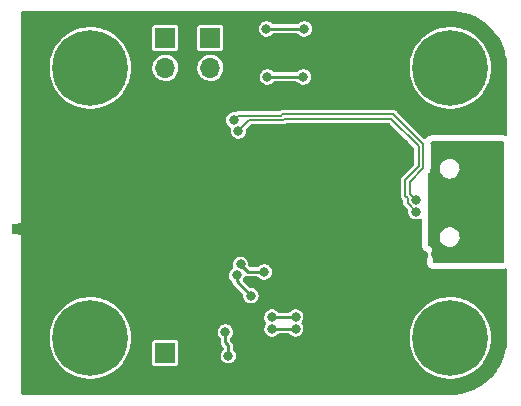
<source format=gbr>
%TF.GenerationSoftware,KiCad,Pcbnew,(6.0.9)*%
%TF.CreationDate,2023-01-31T22:53:35+08:00*%
%TF.ProjectId,ESP32C3_RF_Test,45535033-3243-4335-9f52-465f54657374,rev?*%
%TF.SameCoordinates,Original*%
%TF.FileFunction,Copper,L2,Bot*%
%TF.FilePolarity,Positive*%
%FSLAX46Y46*%
G04 Gerber Fmt 4.6, Leading zero omitted, Abs format (unit mm)*
G04 Created by KiCad (PCBNEW (6.0.9)) date 2023-01-31 22:53:35*
%MOMM*%
%LPD*%
G01*
G04 APERTURE LIST*
G04 Aperture macros list*
%AMRotRect*
0 Rectangle, with rotation*
0 The origin of the aperture is its center*
0 $1 length*
0 $2 width*
0 $3 Rotation angle, in degrees counterclockwise*
0 Add horizontal line*
21,1,$1,$2,0,0,$3*%
G04 Aperture macros list end*
%TA.AperFunction,ComponentPad*%
%ADD10O,1.600000X1.000000*%
%TD*%
%TA.AperFunction,ComponentPad*%
%ADD11O,2.100000X1.000000*%
%TD*%
%TA.AperFunction,ComponentPad*%
%ADD12C,0.800000*%
%TD*%
%TA.AperFunction,ComponentPad*%
%ADD13C,6.400000*%
%TD*%
%TA.AperFunction,ComponentPad*%
%ADD14C,0.500000*%
%TD*%
%TA.AperFunction,SMDPad,CuDef*%
%ADD15RotRect,2.500000X2.500000X45.000000*%
%TD*%
%TA.AperFunction,ComponentPad*%
%ADD16R,1.700000X1.700000*%
%TD*%
%TA.AperFunction,ComponentPad*%
%ADD17O,1.700000X1.700000*%
%TD*%
%TA.AperFunction,ComponentPad*%
%ADD18R,0.500000X0.900000*%
%TD*%
%TA.AperFunction,ViaPad*%
%ADD19C,0.800000*%
%TD*%
%TA.AperFunction,Conductor*%
%ADD20C,0.600000*%
%TD*%
%TA.AperFunction,Conductor*%
%ADD21C,1.000000*%
%TD*%
%TA.AperFunction,Conductor*%
%ADD22C,0.250000*%
%TD*%
%TA.AperFunction,Conductor*%
%ADD23C,0.200000*%
%TD*%
G04 APERTURE END LIST*
D10*
%TO.P,J3,S1,SHIELD*%
%TO.N,Net-(C20-Pad2)*%
X148370000Y-79250000D03*
X148370000Y-70610000D03*
D11*
X144190000Y-79250000D03*
X144190000Y-70610000D03*
%TD*%
D12*
%TO.P,H2,1,1*%
%TO.N,unconnected-(H2-Pad1)*%
X142380000Y-63500000D03*
X143082944Y-65197056D03*
X144780000Y-61100000D03*
X143082944Y-61802944D03*
D13*
X144780000Y-63500000D03*
D12*
X146477056Y-61802944D03*
X144780000Y-65900000D03*
X146477056Y-65197056D03*
X147180000Y-63500000D03*
%TD*%
%TO.P,H4,1,1*%
%TO.N,unconnected-(H4-Pad1)*%
X114300000Y-83960000D03*
X115997056Y-88057056D03*
X112602944Y-84662944D03*
X116700000Y-86360000D03*
X114300000Y-88760000D03*
X111900000Y-86360000D03*
D13*
X114300000Y-86360000D03*
D12*
X112602944Y-88057056D03*
X115997056Y-84662944D03*
%TD*%
%TO.P,H3,1,1*%
%TO.N,unconnected-(H3-Pad1)*%
X142380000Y-86360000D03*
D13*
X144780000Y-86360000D03*
D12*
X144780000Y-88760000D03*
X146477056Y-88057056D03*
X146477056Y-84662944D03*
X147180000Y-86360000D03*
X143082944Y-84662944D03*
X143082944Y-88057056D03*
X144780000Y-83960000D03*
%TD*%
D14*
%TO.P,U1,33,GND*%
%TO.N,GND*%
X122322213Y-76796573D03*
X124443534Y-77503680D03*
X123029320Y-78917894D03*
X122322213Y-78210787D03*
X121615106Y-77503680D03*
X123736427Y-76796573D03*
X123736427Y-78210787D03*
X123029320Y-76089466D03*
D15*
X123029320Y-77503680D03*
D14*
X123029320Y-77503680D03*
%TD*%
D16*
%TO.P,J4,1,Pin_1*%
%TO.N,+3.3V*%
X120650000Y-87630000D03*
D17*
%TO.P,J4,2,Pin_2*%
%TO.N,GND*%
X123190000Y-87630000D03*
%TD*%
D12*
%TO.P,H1,1,1*%
%TO.N,unconnected-(H1-Pad1)*%
X116700000Y-63500000D03*
X115997056Y-61802944D03*
X115997056Y-65197056D03*
X112602944Y-61802944D03*
X114300000Y-61100000D03*
X112602944Y-65197056D03*
X114300000Y-65900000D03*
D13*
X114300000Y-63500000D03*
D12*
X111900000Y-63500000D03*
%TD*%
D16*
%TO.P,J2,1,Pin_1*%
%TO.N,/U0TX*%
X120650000Y-60960000D03*
D17*
%TO.P,J2,2,Pin_2*%
%TO.N,/U0RX*%
X120650000Y-63500000D03*
%TO.P,J2,3,Pin_3*%
%TO.N,GND*%
X120650000Y-66040000D03*
%TD*%
D18*
%TO.P,AE1,2*%
%TO.N,GND*%
X107950000Y-77157000D03*
%TD*%
D16*
%TO.P,J1,1,Pin_1*%
%TO.N,/I2C_SCL*%
X124460000Y-60960000D03*
D17*
%TO.P,J1,2,Pin_2*%
%TO.N,/I2C_SDA*%
X124460000Y-63500000D03*
%TO.P,J1,3,Pin_3*%
%TO.N,GND*%
X124460000Y-66040000D03*
%TD*%
D19*
%TO.N,GND*%
X133731000Y-66548000D03*
X140335000Y-81026000D03*
X118237000Y-63373000D03*
X109220000Y-65278000D03*
X118110000Y-60833000D03*
X118237000Y-85344000D03*
X142494000Y-79375000D03*
X121158000Y-72517000D03*
X137287000Y-90297000D03*
X129286000Y-61849000D03*
X129794000Y-79502000D03*
X145542000Y-67437000D03*
X118364000Y-66929000D03*
X140716000Y-62865000D03*
X136144000Y-82169000D03*
X148463000Y-84074000D03*
X139319000Y-69215000D03*
X139192000Y-81661000D03*
X140970000Y-60833000D03*
X132334000Y-62484000D03*
X130937000Y-70993000D03*
X109601000Y-88138000D03*
X111760000Y-81026000D03*
X132334000Y-66421000D03*
X147955000Y-66929000D03*
X139700000Y-61849000D03*
X109855000Y-71247000D03*
X133223000Y-65659000D03*
X116459000Y-82677000D03*
X110236000Y-82169000D03*
X113792000Y-70104000D03*
X140843000Y-69977000D03*
X119761000Y-89916000D03*
X113792000Y-67691000D03*
X129794000Y-73406000D03*
X109093000Y-62357000D03*
X140843000Y-71501000D03*
X136253904Y-79925463D03*
X126746000Y-84328000D03*
X124587000Y-83693000D03*
X136493663Y-65723943D03*
X117983000Y-80137000D03*
X114681000Y-71247000D03*
X148844000Y-81788000D03*
X109347000Y-59690000D03*
X132080000Y-88265000D03*
X121539000Y-81788000D03*
X135128000Y-70993000D03*
X123354500Y-69088000D03*
X123317000Y-82931000D03*
X134239000Y-68961000D03*
X114046000Y-81026000D03*
X139319000Y-59944000D03*
X120650000Y-70612000D03*
X117348000Y-73660000D03*
X136398000Y-70993000D03*
X139700000Y-79883000D03*
X138684000Y-63373000D03*
X111252000Y-59182000D03*
X134366000Y-65659000D03*
X148844000Y-64643000D03*
X128016000Y-62611000D03*
X138684000Y-72898000D03*
X141224000Y-84074000D03*
X112268000Y-73660000D03*
X138049000Y-61849000D03*
X136779000Y-88773000D03*
X129540000Y-77470000D03*
X109220000Y-67818000D03*
X123952000Y-89916000D03*
X127277049Y-73645549D03*
X140081000Y-70739000D03*
X126873000Y-77470000D03*
X108966000Y-84455000D03*
X138303000Y-80518000D03*
X122555000Y-60960000D03*
X120777000Y-69088000D03*
X141732000Y-78613000D03*
X138176000Y-69469000D03*
X110617000Y-90043000D03*
X109855000Y-72771000D03*
X138938000Y-75057000D03*
X119126000Y-73787000D03*
X119380000Y-68072000D03*
X147447000Y-82296000D03*
X136144000Y-69342000D03*
X137160000Y-81280000D03*
X139827000Y-72009000D03*
X138811000Y-71374000D03*
X132461000Y-70993000D03*
X113411000Y-75311000D03*
X137541000Y-70993000D03*
X140970000Y-79502000D03*
X133203609Y-80625609D03*
X132334000Y-83312000D03*
X109474000Y-86106000D03*
X117856000Y-66040000D03*
X115697000Y-81153000D03*
X125222000Y-68707000D03*
X118237000Y-84074000D03*
X108966000Y-83185000D03*
%TO.N,Net-(C18-Pad1)*%
X125984000Y-87867500D03*
X125730000Y-85852000D03*
%TO.N,/RST*%
X131682500Y-85598000D03*
X129683500Y-85598000D03*
%TO.N,Net-(C19-Pad1)*%
X129212000Y-60198000D03*
X132408000Y-60198000D03*
%TO.N,/BOOT*%
X127016500Y-80131063D03*
X129286000Y-64262000D03*
X129015500Y-80773937D03*
X132334000Y-64262000D03*
%TO.N,/LED_PIN*%
X131682500Y-84598497D03*
X127889000Y-82787500D03*
X126683154Y-81073338D03*
X129683500Y-84598497D03*
%TO.N,/USB_DP*%
X126424765Y-67924013D03*
X141859000Y-74676000D03*
%TO.N,/USB_DN*%
X126838200Y-68834000D03*
X141859000Y-75675503D03*
%TD*%
D20*
%TO.N,GND*%
X111565000Y-77157000D02*
X113411000Y-75311000D01*
D21*
X108331000Y-77157000D02*
X111565000Y-77157000D01*
D22*
%TO.N,Net-(C18-Pad1)*%
X125730000Y-86741000D02*
X125730000Y-85852000D01*
X125984000Y-86995000D02*
X125730000Y-86741000D01*
X125984000Y-87867500D02*
X125984000Y-86995000D01*
%TO.N,/RST*%
X131682500Y-85598000D02*
X129683500Y-85598000D01*
%TO.N,Net-(C19-Pad1)*%
X129212000Y-60198000D02*
X132408000Y-60198000D01*
%TO.N,/BOOT*%
X132334000Y-64262000D02*
X129286000Y-64262000D01*
X127635000Y-80772000D02*
X129013563Y-80772000D01*
X129013563Y-80772000D02*
X129015500Y-80773937D01*
X127016500Y-80153500D02*
X127635000Y-80772000D01*
X127016500Y-80131063D02*
X127016500Y-80153500D01*
%TO.N,/LED_PIN*%
X126683154Y-81581654D02*
X126683154Y-81073338D01*
X129683500Y-84598497D02*
X131682500Y-84598497D01*
X127889000Y-82787500D02*
X126683154Y-81581654D01*
D23*
%TO.N,/USB_DP*%
X141351000Y-74168000D02*
X141859000Y-74676000D01*
X130440190Y-67536300D02*
X130539490Y-67437000D01*
X141351000Y-73152000D02*
X141351000Y-74168000D01*
X142494000Y-69977000D02*
X142494000Y-72009000D01*
X130539490Y-67437000D02*
X139954000Y-67437000D01*
X139954000Y-67437000D02*
X142494000Y-69977000D01*
X142494000Y-72009000D02*
X141351000Y-73152000D01*
X126812478Y-67536300D02*
X130440190Y-67536300D01*
X126424765Y-67924013D02*
X126812478Y-67536300D01*
%TO.N,/USB_DN*%
X127735900Y-67936300D02*
X130605875Y-67936300D01*
X141159000Y-74541686D02*
X141159000Y-74975503D01*
X140951000Y-74333686D02*
X141159000Y-74541686D01*
X142094000Y-70142686D02*
X142094000Y-71843314D01*
X126838200Y-68834000D02*
X127735900Y-67936300D01*
X140951000Y-72986315D02*
X140951000Y-74333686D01*
X130605875Y-67936300D02*
X130705175Y-67837000D01*
X139788314Y-67837000D02*
X142094000Y-70142686D01*
X141159000Y-74975503D02*
X141859000Y-75675503D01*
X130705175Y-67837000D02*
X139788314Y-67837000D01*
X142094000Y-71843314D02*
X140951000Y-72986315D01*
D22*
%TO.N,Net-(C20-Pad2)*%
X148370000Y-79250000D02*
X144190000Y-79250000D01*
X148370000Y-70610000D02*
X148370000Y-79250000D01*
X144190000Y-70610000D02*
X148370000Y-70610000D01*
%TD*%
%TA.AperFunction,Conductor*%
%TO.N,GND*%
G36*
X144767103Y-58676921D02*
G01*
X144780000Y-58679486D01*
X144792170Y-58677065D01*
X144802599Y-58677065D01*
X144815735Y-58676060D01*
X145138600Y-58690156D01*
X145195075Y-58692622D01*
X145206023Y-58693580D01*
X145612496Y-58747093D01*
X145623301Y-58748999D01*
X146023566Y-58837736D01*
X146034176Y-58840579D01*
X146425175Y-58963860D01*
X146435488Y-58967613D01*
X146814277Y-59124513D01*
X146824221Y-59129151D01*
X147126931Y-59286731D01*
X147187867Y-59318452D01*
X147197387Y-59323948D01*
X147543148Y-59544223D01*
X147552152Y-59550527D01*
X147593799Y-59582484D01*
X147841903Y-59772860D01*
X147877413Y-59800108D01*
X147885830Y-59807172D01*
X148140719Y-60040733D01*
X148188088Y-60084139D01*
X148195857Y-60091908D01*
X148472826Y-60394167D01*
X148479889Y-60402584D01*
X148511623Y-60443940D01*
X148729473Y-60727848D01*
X148735777Y-60736852D01*
X148956052Y-61082613D01*
X148961547Y-61092132D01*
X149127624Y-61411162D01*
X149150845Y-61455770D01*
X149155487Y-61465723D01*
X149310989Y-61841137D01*
X149312384Y-61844504D01*
X149316140Y-61854825D01*
X149377595Y-62049734D01*
X149439421Y-62245823D01*
X149442264Y-62256434D01*
X149531001Y-62656699D01*
X149532907Y-62667504D01*
X149543151Y-62745317D01*
X149586420Y-63073976D01*
X149587378Y-63084926D01*
X149603940Y-63464265D01*
X149602935Y-63477401D01*
X149602935Y-63487830D01*
X149600514Y-63500000D01*
X149602935Y-63512170D01*
X149603079Y-63512894D01*
X149605500Y-63537476D01*
X149605500Y-69131536D01*
X149585498Y-69199657D01*
X149531842Y-69246150D01*
X149461568Y-69256254D01*
X149438345Y-69250327D01*
X149438290Y-69250302D01*
X149432657Y-69248648D01*
X149374492Y-69231569D01*
X149374488Y-69231568D01*
X149370169Y-69230300D01*
X149365720Y-69229660D01*
X149365714Y-69229659D01*
X149229947Y-69210139D01*
X149229942Y-69210139D01*
X149225500Y-69209500D01*
X143217987Y-69209500D01*
X143213627Y-69210114D01*
X143213622Y-69210114D01*
X143130896Y-69221758D01*
X143076250Y-69229449D01*
X143072015Y-69230665D01*
X143072016Y-69230665D01*
X143013633Y-69247431D01*
X143013630Y-69247432D01*
X143009396Y-69248648D01*
X142961697Y-69269919D01*
X142886820Y-69303309D01*
X142886818Y-69303310D01*
X142878676Y-69306941D01*
X142767086Y-69401332D01*
X142764094Y-69404703D01*
X142764091Y-69404706D01*
X142724836Y-69448934D01*
X142719958Y-69454430D01*
X142717484Y-69458181D01*
X142717480Y-69458186D01*
X142706761Y-69474436D01*
X142652554Y-69520285D01*
X142582165Y-69529550D01*
X142517940Y-69499288D01*
X142512488Y-69494150D01*
X140240918Y-67222580D01*
X140228413Y-67207098D01*
X140225477Y-67203871D01*
X140219825Y-67195118D01*
X140195562Y-67175991D01*
X140191567Y-67172441D01*
X140191483Y-67172540D01*
X140187520Y-67169182D01*
X140183844Y-67165506D01*
X140179614Y-67162483D01*
X140169348Y-67155146D01*
X140164605Y-67151585D01*
X140135325Y-67128503D01*
X140135321Y-67128501D01*
X140127143Y-67122054D01*
X140119075Y-67119221D01*
X140112115Y-67114247D01*
X140066414Y-67100580D01*
X140060765Y-67098744D01*
X140025228Y-67086264D01*
X140015792Y-67082950D01*
X140010596Y-67082500D01*
X140007891Y-67082500D01*
X140005635Y-67082403D01*
X140005159Y-67082260D01*
X140005161Y-67082214D01*
X140004962Y-67082201D01*
X139999045Y-67080432D01*
X139949411Y-67082382D01*
X139948876Y-67082403D01*
X139943930Y-67082500D01*
X130590747Y-67082500D01*
X130570953Y-67080394D01*
X130566600Y-67080189D01*
X130556420Y-67077997D01*
X130525750Y-67081627D01*
X130520407Y-67081942D01*
X130520418Y-67082072D01*
X130515238Y-67082500D01*
X130510039Y-67082500D01*
X130504915Y-67083353D01*
X130504902Y-67083354D01*
X130492449Y-67085427D01*
X130486574Y-67086264D01*
X130449561Y-67090645D01*
X130439220Y-67091869D01*
X130431512Y-67095570D01*
X130423073Y-67096975D01*
X130413903Y-67101923D01*
X130381109Y-67119618D01*
X130375818Y-67122314D01*
X130339979Y-67139523D01*
X130339972Y-67139527D01*
X130332832Y-67142956D01*
X130328840Y-67146312D01*
X130326910Y-67148242D01*
X130326463Y-67148652D01*
X130323869Y-67149927D01*
X130320102Y-67152359D01*
X130319817Y-67151917D01*
X130262743Y-67179960D01*
X130241290Y-67181800D01*
X126863735Y-67181800D01*
X126843941Y-67179694D01*
X126839588Y-67179489D01*
X126829408Y-67177297D01*
X126798738Y-67180927D01*
X126793395Y-67181242D01*
X126793406Y-67181372D01*
X126788226Y-67181800D01*
X126783027Y-67181800D01*
X126777903Y-67182653D01*
X126777890Y-67182654D01*
X126765437Y-67184727D01*
X126759562Y-67185564D01*
X126722549Y-67189945D01*
X126712208Y-67191169D01*
X126704500Y-67194870D01*
X126696061Y-67196275D01*
X126654077Y-67218929D01*
X126648814Y-67221610D01*
X126605820Y-67242255D01*
X126601828Y-67245611D01*
X126600686Y-67246753D01*
X126593090Y-67251658D01*
X126591219Y-67248760D01*
X126540516Y-67270968D01*
X126511724Y-67270992D01*
X126507398Y-67269905D01*
X126499803Y-67269865D01*
X126499801Y-67269865D01*
X126430958Y-67269504D01*
X126348986Y-67269075D01*
X126341606Y-67270847D01*
X126341604Y-67270847D01*
X126202328Y-67304284D01*
X126202325Y-67304285D01*
X126194949Y-67306056D01*
X126054179Y-67378713D01*
X125934804Y-67482851D01*
X125843715Y-67612457D01*
X125786171Y-67760050D01*
X125785179Y-67767583D01*
X125785179Y-67767584D01*
X125768958Y-67890800D01*
X125765494Y-67917109D01*
X125782878Y-68074566D01*
X125785488Y-68081697D01*
X125785488Y-68081699D01*
X125826343Y-68193340D01*
X125837318Y-68223332D01*
X125841554Y-68229635D01*
X125841554Y-68229636D01*
X125885681Y-68295303D01*
X125925673Y-68354818D01*
X126042841Y-68461432D01*
X126141904Y-68515219D01*
X126192225Y-68565302D01*
X126207481Y-68634640D01*
X126203822Y-68657285D01*
X126202364Y-68662962D01*
X126199606Y-68670037D01*
X126178929Y-68827096D01*
X126196313Y-68984553D01*
X126250753Y-69133319D01*
X126254989Y-69139622D01*
X126254989Y-69139623D01*
X126315922Y-69230300D01*
X126339108Y-69264805D01*
X126344727Y-69269918D01*
X126344728Y-69269919D01*
X126450660Y-69366309D01*
X126456276Y-69371419D01*
X126595493Y-69447008D01*
X126748722Y-69487207D01*
X126832677Y-69488526D01*
X126899519Y-69489576D01*
X126899522Y-69489576D01*
X126907116Y-69489695D01*
X127061532Y-69454329D01*
X127131942Y-69418917D01*
X127196272Y-69386563D01*
X127196275Y-69386561D01*
X127203055Y-69383151D01*
X127208826Y-69378222D01*
X127208829Y-69378220D01*
X127317736Y-69285204D01*
X127317736Y-69285203D01*
X127323514Y-69280269D01*
X127415955Y-69151624D01*
X127475042Y-69004641D01*
X127497362Y-68847807D01*
X127497507Y-68834000D01*
X127497012Y-68829906D01*
X127497011Y-68829895D01*
X127487822Y-68753957D01*
X127499495Y-68683927D01*
X127523814Y-68649725D01*
X127845834Y-68327705D01*
X127908146Y-68293679D01*
X127934929Y-68290800D01*
X130554618Y-68290800D01*
X130574412Y-68292906D01*
X130578765Y-68293111D01*
X130588945Y-68295303D01*
X130619615Y-68291673D01*
X130624958Y-68291358D01*
X130624947Y-68291228D01*
X130630127Y-68290800D01*
X130635326Y-68290800D01*
X130640450Y-68289947D01*
X130640463Y-68289946D01*
X130652916Y-68287873D01*
X130658791Y-68287036D01*
X130695804Y-68282655D01*
X130706145Y-68281431D01*
X130713853Y-68277730D01*
X130722292Y-68276325D01*
X130764276Y-68253671D01*
X130769539Y-68250990D01*
X130777745Y-68247050D01*
X130812533Y-68230345D01*
X130816525Y-68226989D01*
X130818469Y-68225045D01*
X130818902Y-68224648D01*
X130821503Y-68223370D01*
X130825263Y-68220942D01*
X130825548Y-68221383D01*
X130882623Y-68193340D01*
X130904076Y-68191500D01*
X139589285Y-68191500D01*
X139657406Y-68211502D01*
X139678380Y-68228405D01*
X141702595Y-70252620D01*
X141736621Y-70314932D01*
X141739500Y-70341715D01*
X141739500Y-71644284D01*
X141719498Y-71712405D01*
X141702596Y-71733379D01*
X140736578Y-72699399D01*
X140721098Y-72711901D01*
X140717868Y-72714840D01*
X140709118Y-72720490D01*
X140689991Y-72744753D01*
X140686441Y-72748748D01*
X140686540Y-72748832D01*
X140683182Y-72752795D01*
X140679506Y-72756471D01*
X140676483Y-72760700D01*
X140676483Y-72760701D01*
X140669146Y-72770967D01*
X140665585Y-72775710D01*
X140642503Y-72804990D01*
X140642501Y-72804994D01*
X140636054Y-72813172D01*
X140633221Y-72821240D01*
X140628247Y-72828200D01*
X140625263Y-72838178D01*
X140614580Y-72873901D01*
X140612744Y-72879550D01*
X140596950Y-72924523D01*
X140596500Y-72929719D01*
X140596500Y-72932424D01*
X140596403Y-72934680D01*
X140596260Y-72935156D01*
X140596214Y-72935154D01*
X140596201Y-72935353D01*
X140594432Y-72941270D01*
X140594841Y-72951674D01*
X140596403Y-72991439D01*
X140596500Y-72996385D01*
X140596500Y-74282429D01*
X140594394Y-74302223D01*
X140594189Y-74306576D01*
X140591997Y-74316756D01*
X140593221Y-74327094D01*
X140595627Y-74347423D01*
X140595942Y-74352769D01*
X140596072Y-74352758D01*
X140596500Y-74357938D01*
X140596500Y-74363137D01*
X140597353Y-74368261D01*
X140597354Y-74368274D01*
X140599427Y-74380727D01*
X140600264Y-74386602D01*
X140605869Y-74433956D01*
X140609570Y-74441664D01*
X140610975Y-74450103D01*
X140633629Y-74492087D01*
X140636310Y-74497350D01*
X140656955Y-74540344D01*
X140660311Y-74544336D01*
X140662258Y-74546283D01*
X140663748Y-74547908D01*
X140663981Y-74548340D01*
X140663945Y-74548373D01*
X140664084Y-74548531D01*
X140667017Y-74553966D01*
X140674664Y-74561035D01*
X140703881Y-74588043D01*
X140707447Y-74591472D01*
X140767595Y-74651620D01*
X140801621Y-74713932D01*
X140804500Y-74740715D01*
X140804500Y-74924246D01*
X140802394Y-74944040D01*
X140802189Y-74948393D01*
X140799997Y-74958573D01*
X140801221Y-74968911D01*
X140803627Y-74989240D01*
X140803942Y-74994586D01*
X140804072Y-74994575D01*
X140804500Y-74999755D01*
X140804500Y-75004954D01*
X140805353Y-75010078D01*
X140805354Y-75010091D01*
X140807427Y-75022544D01*
X140808264Y-75028419D01*
X140813869Y-75075773D01*
X140817570Y-75083481D01*
X140818975Y-75091920D01*
X140841629Y-75133904D01*
X140844310Y-75139167D01*
X140864955Y-75182161D01*
X140868311Y-75186153D01*
X140870258Y-75188100D01*
X140871748Y-75189725D01*
X140871981Y-75190157D01*
X140871945Y-75190190D01*
X140872084Y-75190348D01*
X140875017Y-75195783D01*
X140882664Y-75202852D01*
X140911881Y-75229860D01*
X140915447Y-75233289D01*
X141173362Y-75491204D01*
X141207388Y-75553516D01*
X141209189Y-75596744D01*
X141199729Y-75668599D01*
X141217113Y-75826056D01*
X141271553Y-75974822D01*
X141359908Y-76106308D01*
X141477076Y-76212922D01*
X141616293Y-76288511D01*
X141769522Y-76328710D01*
X141853477Y-76330029D01*
X141920319Y-76331079D01*
X141920322Y-76331079D01*
X141927916Y-76331198D01*
X142082332Y-76295832D01*
X142178886Y-76247271D01*
X142248731Y-76234533D01*
X142314375Y-76261577D01*
X142354976Y-76319818D01*
X142361500Y-76359836D01*
X142361500Y-78468329D01*
X142382975Y-78615278D01*
X142384283Y-78619659D01*
X142384285Y-78619666D01*
X142398489Y-78667224D01*
X142403612Y-78684376D01*
X142405538Y-78688517D01*
X142462407Y-78810791D01*
X142462409Y-78810794D01*
X142466239Y-78819029D01*
X142562969Y-78928597D01*
X142607721Y-78966656D01*
X142608836Y-78965345D01*
X142611460Y-78966928D01*
X142644361Y-78992800D01*
X142649883Y-78997990D01*
X142648923Y-78999312D01*
X142659349Y-79006887D01*
X142749049Y-79072058D01*
X142768624Y-79089683D01*
X142806460Y-79131704D01*
X142821943Y-79153015D01*
X142850216Y-79201985D01*
X142860929Y-79226046D01*
X142878014Y-79278626D01*
X142882359Y-79296219D01*
X142883042Y-79300194D01*
X142884172Y-79308360D01*
X142889792Y-79361828D01*
X142889792Y-79388171D01*
X142883880Y-79444413D01*
X142878404Y-79470172D01*
X142860933Y-79523945D01*
X142850218Y-79548010D01*
X142842351Y-79561635D01*
X142842339Y-79561657D01*
X142840842Y-79564251D01*
X142839597Y-79566977D01*
X142839594Y-79566983D01*
X142829232Y-79589674D01*
X142800292Y-79653043D01*
X142784693Y-79698111D01*
X142761675Y-79792990D01*
X142761675Y-79939148D01*
X142771779Y-80009422D01*
X142812956Y-80149657D01*
X142817826Y-80157236D01*
X142817828Y-80157239D01*
X142856765Y-80217825D01*
X142891974Y-80272612D01*
X142938467Y-80326268D01*
X142946095Y-80332878D01*
X143042116Y-80416081D01*
X143042119Y-80416083D01*
X143048927Y-80421982D01*
X143057125Y-80425726D01*
X143067320Y-80430382D01*
X143181876Y-80482698D01*
X143205630Y-80489673D01*
X143245674Y-80501431D01*
X143245678Y-80501432D01*
X143249997Y-80502700D01*
X143254446Y-80503340D01*
X143254452Y-80503341D01*
X143390219Y-80522861D01*
X143390224Y-80522861D01*
X143394666Y-80523500D01*
X149225500Y-80523500D01*
X149228846Y-80523140D01*
X149228851Y-80523140D01*
X149331285Y-80512128D01*
X149331292Y-80512127D01*
X149334649Y-80511766D01*
X149337950Y-80511048D01*
X149383710Y-80501094D01*
X149383715Y-80501093D01*
X149386991Y-80500380D01*
X149390174Y-80499320D01*
X149390187Y-80499317D01*
X149439710Y-80482834D01*
X149510661Y-80480300D01*
X149571719Y-80516528D01*
X149603498Y-80580015D01*
X149605500Y-80602386D01*
X149605500Y-86322524D01*
X149603079Y-86347103D01*
X149600514Y-86360000D01*
X149602935Y-86372170D01*
X149602935Y-86382599D01*
X149603940Y-86395735D01*
X149587378Y-86775074D01*
X149586420Y-86786023D01*
X149538213Y-87152194D01*
X149532908Y-87192488D01*
X149531001Y-87203301D01*
X149442266Y-87603560D01*
X149439421Y-87614176D01*
X149355196Y-87881307D01*
X149316143Y-88005167D01*
X149312387Y-88015488D01*
X149186791Y-88318704D01*
X149155491Y-88394268D01*
X149150849Y-88404221D01*
X148968495Y-88754521D01*
X148961548Y-88767867D01*
X148956052Y-88777387D01*
X148735777Y-89123148D01*
X148729473Y-89132152D01*
X148666254Y-89214541D01*
X148502995Y-89427305D01*
X148479892Y-89457413D01*
X148472828Y-89465830D01*
X148313856Y-89639319D01*
X148195861Y-89768088D01*
X148188092Y-89775857D01*
X147885833Y-90052826D01*
X147877413Y-90059892D01*
X147552152Y-90309473D01*
X147543148Y-90315777D01*
X147197387Y-90536052D01*
X147187868Y-90541547D01*
X146824221Y-90730849D01*
X146814277Y-90735487D01*
X146435488Y-90892387D01*
X146425175Y-90896140D01*
X146034177Y-91019421D01*
X146023566Y-91022264D01*
X145623301Y-91111001D01*
X145612496Y-91112907D01*
X145213027Y-91165498D01*
X145206024Y-91166420D01*
X145195075Y-91167378D01*
X145138600Y-91169844D01*
X144815735Y-91183940D01*
X144802599Y-91182935D01*
X144792170Y-91182935D01*
X144780000Y-91180514D01*
X144767103Y-91183079D01*
X144742524Y-91185500D01*
X108584000Y-91185500D01*
X108515879Y-91165498D01*
X108469386Y-91111842D01*
X108458000Y-91059500D01*
X108458000Y-86347924D01*
X110840447Y-86347924D01*
X110840619Y-86351319D01*
X110840619Y-86351320D01*
X110850068Y-86537844D01*
X110859378Y-86721624D01*
X110859915Y-86724979D01*
X110859916Y-86724985D01*
X110883912Y-86874797D01*
X110918557Y-87091094D01*
X111017293Y-87452011D01*
X111154430Y-87800154D01*
X111328365Y-88131450D01*
X111330262Y-88134274D01*
X111330265Y-88134278D01*
X111440486Y-88298305D01*
X111537061Y-88442024D01*
X111539256Y-88444630D01*
X111539260Y-88444636D01*
X111642407Y-88567126D01*
X111778079Y-88728241D01*
X112048598Y-88986755D01*
X112345455Y-89214541D01*
X112665176Y-89408935D01*
X113004021Y-89567661D01*
X113007239Y-89568763D01*
X113007242Y-89568764D01*
X113354803Y-89687761D01*
X113354811Y-89687763D01*
X113358026Y-89688864D01*
X113723051Y-89771126D01*
X113810200Y-89781056D01*
X114091442Y-89813100D01*
X114091450Y-89813100D01*
X114094825Y-89813485D01*
X114098229Y-89813503D01*
X114098232Y-89813503D01*
X114301556Y-89814567D01*
X114468999Y-89815444D01*
X114472385Y-89815094D01*
X114472387Y-89815094D01*
X114837805Y-89777332D01*
X114837814Y-89777331D01*
X114841197Y-89776981D01*
X114844530Y-89776267D01*
X114844533Y-89776266D01*
X115024820Y-89737616D01*
X115207063Y-89698546D01*
X115562318Y-89581056D01*
X115902807Y-89425887D01*
X116000707Y-89367758D01*
X116221601Y-89236601D01*
X116221606Y-89236598D01*
X116224546Y-89234852D01*
X116254354Y-89212472D01*
X116373321Y-89123148D01*
X116523771Y-89010187D01*
X116796983Y-88754521D01*
X117040985Y-88470842D01*
X117081618Y-88411720D01*
X117250992Y-88165280D01*
X117250997Y-88165273D01*
X117252922Y-88162471D01*
X117254534Y-88159477D01*
X117254539Y-88159469D01*
X117428694Y-87836027D01*
X117430316Y-87833015D01*
X117571091Y-87486327D01*
X117673601Y-87126463D01*
X117692338Y-87016846D01*
X117736075Y-86760981D01*
X117736075Y-86760979D01*
X117736647Y-86757634D01*
X117736813Y-86754933D01*
X119545500Y-86754933D01*
X119545501Y-88505066D01*
X119560266Y-88579301D01*
X119616516Y-88663484D01*
X119700699Y-88719734D01*
X119774933Y-88734500D01*
X120649858Y-88734500D01*
X121525066Y-88734499D01*
X121560818Y-88727388D01*
X121587126Y-88722156D01*
X121587128Y-88722155D01*
X121599301Y-88719734D01*
X121609621Y-88712839D01*
X121609622Y-88712838D01*
X121673168Y-88670377D01*
X121683484Y-88663484D01*
X121739734Y-88579301D01*
X121754500Y-88505067D01*
X121754499Y-86754934D01*
X121739734Y-86680699D01*
X121683484Y-86596516D01*
X121599301Y-86540266D01*
X121525067Y-86525500D01*
X120650142Y-86525500D01*
X119774934Y-86525501D01*
X119739182Y-86532612D01*
X119712874Y-86537844D01*
X119712872Y-86537845D01*
X119700699Y-86540266D01*
X119690379Y-86547161D01*
X119690378Y-86547162D01*
X119673561Y-86558399D01*
X119616516Y-86596516D01*
X119560266Y-86680699D01*
X119545500Y-86754933D01*
X117736813Y-86754933D01*
X117736985Y-86752119D01*
X117757617Y-86414775D01*
X117759490Y-86384152D01*
X117759574Y-86360000D01*
X117739339Y-85986368D01*
X117716205Y-85845096D01*
X125070729Y-85845096D01*
X125075707Y-85890185D01*
X125086702Y-85989770D01*
X125088113Y-86002553D01*
X125090723Y-86009684D01*
X125090723Y-86009686D01*
X125134865Y-86130309D01*
X125142553Y-86151319D01*
X125146789Y-86157622D01*
X125146789Y-86157623D01*
X125183957Y-86212934D01*
X125230908Y-86282805D01*
X125236527Y-86287918D01*
X125236528Y-86287919D01*
X125309299Y-86354135D01*
X125346222Y-86414775D01*
X125350500Y-86447329D01*
X125350500Y-86687080D01*
X125347951Y-86711028D01*
X125347872Y-86712693D01*
X125345680Y-86722876D01*
X125346904Y-86733217D01*
X125349627Y-86756223D01*
X125349977Y-86762154D01*
X125350072Y-86762146D01*
X125350500Y-86767324D01*
X125350500Y-86772524D01*
X125351354Y-86777653D01*
X125351354Y-86777656D01*
X125353669Y-86791565D01*
X125354506Y-86797443D01*
X125357488Y-86822634D01*
X125360530Y-86848341D01*
X125364493Y-86856593D01*
X125365996Y-86865626D01*
X125370943Y-86874795D01*
X125370944Y-86874797D01*
X125390334Y-86910732D01*
X125393031Y-86916025D01*
X125411785Y-86955082D01*
X125411788Y-86955086D01*
X125415219Y-86962232D01*
X125418814Y-86966508D01*
X125420737Y-86968431D01*
X125422509Y-86970363D01*
X125422552Y-86970442D01*
X125422428Y-86970555D01*
X125422904Y-86971095D01*
X125425990Y-86976814D01*
X125433635Y-86983881D01*
X125465586Y-87013416D01*
X125469152Y-87016846D01*
X125567595Y-87115289D01*
X125601621Y-87177601D01*
X125604500Y-87204384D01*
X125604500Y-87272687D01*
X125584498Y-87340808D01*
X125561330Y-87367635D01*
X125494039Y-87426338D01*
X125402950Y-87555944D01*
X125345406Y-87703537D01*
X125344414Y-87711070D01*
X125344414Y-87711071D01*
X125327964Y-87836027D01*
X125324729Y-87860596D01*
X125342113Y-88018053D01*
X125344723Y-88025184D01*
X125344723Y-88025186D01*
X125384645Y-88134278D01*
X125396553Y-88166819D01*
X125484908Y-88298305D01*
X125490527Y-88303418D01*
X125490528Y-88303419D01*
X125595949Y-88399344D01*
X125602076Y-88404919D01*
X125741293Y-88480508D01*
X125894522Y-88520707D01*
X125978477Y-88522026D01*
X126045319Y-88523076D01*
X126045322Y-88523076D01*
X126052916Y-88523195D01*
X126207332Y-88487829D01*
X126304037Y-88439192D01*
X126342072Y-88420063D01*
X126342075Y-88420061D01*
X126348855Y-88416651D01*
X126354626Y-88411722D01*
X126354629Y-88411720D01*
X126463536Y-88318704D01*
X126463536Y-88318703D01*
X126469314Y-88313769D01*
X126561755Y-88185124D01*
X126620842Y-88038141D01*
X126643162Y-87881307D01*
X126643307Y-87867500D01*
X126624276Y-87710233D01*
X126568280Y-87562046D01*
X126494834Y-87455181D01*
X126482855Y-87437751D01*
X126482854Y-87437749D01*
X126478553Y-87431492D01*
X126405681Y-87366565D01*
X126368126Y-87306316D01*
X126363500Y-87272489D01*
X126363500Y-87048920D01*
X126366049Y-87024973D01*
X126366128Y-87023307D01*
X126368320Y-87013124D01*
X126367096Y-87002782D01*
X126367096Y-87002779D01*
X126364374Y-86979787D01*
X126364023Y-86973846D01*
X126363928Y-86973854D01*
X126363500Y-86968674D01*
X126363500Y-86963476D01*
X126360329Y-86944424D01*
X126359492Y-86938547D01*
X126354693Y-86897997D01*
X126354692Y-86897995D01*
X126353469Y-86887659D01*
X126349508Y-86879410D01*
X126348004Y-86870374D01*
X126342073Y-86859381D01*
X126323652Y-86825240D01*
X126320957Y-86819951D01*
X126302212Y-86780915D01*
X126298780Y-86773768D01*
X126295186Y-86769492D01*
X126293246Y-86767552D01*
X126291493Y-86765641D01*
X126291444Y-86765551D01*
X126291567Y-86765439D01*
X126291095Y-86764904D01*
X126288010Y-86759186D01*
X126248413Y-86722583D01*
X126244848Y-86719154D01*
X126146405Y-86620711D01*
X126112379Y-86558399D01*
X126109500Y-86531616D01*
X126109500Y-86446730D01*
X126129502Y-86378609D01*
X126153669Y-86350919D01*
X126157176Y-86347924D01*
X141320447Y-86347924D01*
X141320619Y-86351319D01*
X141320619Y-86351320D01*
X141330068Y-86537844D01*
X141339378Y-86721624D01*
X141339915Y-86724979D01*
X141339916Y-86724985D01*
X141363912Y-86874797D01*
X141398557Y-87091094D01*
X141497293Y-87452011D01*
X141634430Y-87800154D01*
X141808365Y-88131450D01*
X141810262Y-88134274D01*
X141810265Y-88134278D01*
X141920486Y-88298305D01*
X142017061Y-88442024D01*
X142019256Y-88444630D01*
X142019260Y-88444636D01*
X142122407Y-88567126D01*
X142258079Y-88728241D01*
X142528598Y-88986755D01*
X142825455Y-89214541D01*
X143145176Y-89408935D01*
X143484021Y-89567661D01*
X143487239Y-89568763D01*
X143487242Y-89568764D01*
X143834803Y-89687761D01*
X143834811Y-89687763D01*
X143838026Y-89688864D01*
X144203051Y-89771126D01*
X144290200Y-89781056D01*
X144571442Y-89813100D01*
X144571450Y-89813100D01*
X144574825Y-89813485D01*
X144578229Y-89813503D01*
X144578232Y-89813503D01*
X144781556Y-89814567D01*
X144948999Y-89815444D01*
X144952385Y-89815094D01*
X144952387Y-89815094D01*
X145317805Y-89777332D01*
X145317814Y-89777331D01*
X145321197Y-89776981D01*
X145324530Y-89776267D01*
X145324533Y-89776266D01*
X145504820Y-89737616D01*
X145687063Y-89698546D01*
X146042318Y-89581056D01*
X146382807Y-89425887D01*
X146480707Y-89367758D01*
X146701601Y-89236601D01*
X146701606Y-89236598D01*
X146704546Y-89234852D01*
X146734354Y-89212472D01*
X146853321Y-89123148D01*
X147003771Y-89010187D01*
X147276983Y-88754521D01*
X147520985Y-88470842D01*
X147561618Y-88411720D01*
X147730992Y-88165280D01*
X147730997Y-88165273D01*
X147732922Y-88162471D01*
X147734534Y-88159477D01*
X147734539Y-88159469D01*
X147908694Y-87836027D01*
X147910316Y-87833015D01*
X148051091Y-87486327D01*
X148153601Y-87126463D01*
X148172338Y-87016846D01*
X148216075Y-86760981D01*
X148216075Y-86760979D01*
X148216647Y-86757634D01*
X148216985Y-86752119D01*
X148237617Y-86414775D01*
X148239490Y-86384152D01*
X148239574Y-86360000D01*
X148219339Y-85986368D01*
X148158870Y-85617107D01*
X148058875Y-85256537D01*
X148055627Y-85248373D01*
X147921783Y-84912039D01*
X147921779Y-84912031D01*
X147920523Y-84908874D01*
X147745434Y-84578188D01*
X147743534Y-84575382D01*
X147743530Y-84575375D01*
X147537561Y-84271162D01*
X147535654Y-84268345D01*
X147293639Y-83982970D01*
X147022219Y-83725402D01*
X147019512Y-83723340D01*
X147019504Y-83723333D01*
X146727281Y-83500720D01*
X146724569Y-83498654D01*
X146525847Y-83378776D01*
X146407100Y-83307143D01*
X146407096Y-83307141D01*
X146404172Y-83305377D01*
X146401082Y-83303943D01*
X146401077Y-83303940D01*
X146067871Y-83149272D01*
X146067869Y-83149271D01*
X146064775Y-83147835D01*
X146061540Y-83146740D01*
X146061535Y-83146738D01*
X145713583Y-83028963D01*
X145710348Y-83027868D01*
X145345038Y-82946881D01*
X145196691Y-82930503D01*
X144976500Y-82906193D01*
X144976495Y-82906193D01*
X144973119Y-82905820D01*
X144969720Y-82905814D01*
X144969719Y-82905814D01*
X144792987Y-82905506D01*
X144598940Y-82905167D01*
X144460079Y-82920007D01*
X144230263Y-82944567D01*
X144230257Y-82944568D01*
X144226879Y-82944929D01*
X143861289Y-83024641D01*
X143506446Y-83143369D01*
X143166501Y-83299727D01*
X143163567Y-83301483D01*
X143163565Y-83301484D01*
X143113044Y-83331720D01*
X142845431Y-83491883D01*
X142546991Y-83717591D01*
X142544509Y-83719930D01*
X142544503Y-83719935D01*
X142538702Y-83725402D01*
X142274674Y-83974210D01*
X142272462Y-83976800D01*
X142272461Y-83976801D01*
X142065606Y-84218997D01*
X142031664Y-84258738D01*
X142029736Y-84261565D01*
X142029734Y-84261567D01*
X141906605Y-84442068D01*
X141820804Y-84567847D01*
X141819197Y-84570857D01*
X141819195Y-84570860D01*
X141709558Y-84776192D01*
X141644561Y-84897921D01*
X141643288Y-84901089D01*
X141643287Y-84901090D01*
X141507031Y-85240039D01*
X141504997Y-85245098D01*
X141449771Y-85441571D01*
X141405801Y-85598000D01*
X141403744Y-85605317D01*
X141403182Y-85608674D01*
X141403182Y-85608675D01*
X141360153Y-85865807D01*
X141341986Y-85974365D01*
X141320447Y-86347924D01*
X126157176Y-86347924D01*
X126209536Y-86303204D01*
X126215314Y-86298269D01*
X126307755Y-86169624D01*
X126366842Y-86022641D01*
X126389162Y-85865807D01*
X126389307Y-85852000D01*
X126370276Y-85694733D01*
X126331114Y-85591096D01*
X129024229Y-85591096D01*
X129027101Y-85617107D01*
X129035764Y-85695571D01*
X129041613Y-85748553D01*
X129044223Y-85755684D01*
X129044223Y-85755686D01*
X129080982Y-85856134D01*
X129096053Y-85897319D01*
X129100289Y-85903622D01*
X129100289Y-85903623D01*
X129175209Y-86015115D01*
X129184408Y-86028805D01*
X129190025Y-86033916D01*
X129190028Y-86033919D01*
X129201403Y-86044269D01*
X129301576Y-86135419D01*
X129440793Y-86211008D01*
X129594022Y-86251207D01*
X129677977Y-86252526D01*
X129744819Y-86253576D01*
X129744822Y-86253576D01*
X129752416Y-86253695D01*
X129906832Y-86218329D01*
X130003672Y-86169624D01*
X130041572Y-86150563D01*
X130041575Y-86150561D01*
X130048355Y-86147151D01*
X130054126Y-86142222D01*
X130054129Y-86142220D01*
X130163042Y-86049199D01*
X130163043Y-86049198D01*
X130168814Y-86044269D01*
X130179086Y-86029974D01*
X130235081Y-85986326D01*
X130281409Y-85977500D01*
X131082641Y-85977500D01*
X131150762Y-85997502D01*
X131178022Y-86021169D01*
X131179171Y-86022500D01*
X131183408Y-86028805D01*
X131300576Y-86135419D01*
X131439793Y-86211008D01*
X131593022Y-86251207D01*
X131676977Y-86252526D01*
X131743819Y-86253576D01*
X131743822Y-86253576D01*
X131751416Y-86253695D01*
X131905832Y-86218329D01*
X132002672Y-86169624D01*
X132040572Y-86150563D01*
X132040575Y-86150561D01*
X132047355Y-86147151D01*
X132053126Y-86142222D01*
X132053129Y-86142220D01*
X132162036Y-86049204D01*
X132162036Y-86049203D01*
X132167814Y-86044269D01*
X132260255Y-85915624D01*
X132319342Y-85768641D01*
X132341662Y-85611807D01*
X132341807Y-85598000D01*
X132322776Y-85440733D01*
X132266780Y-85292546D01*
X132181513Y-85168481D01*
X132159413Y-85101013D01*
X132177298Y-85032306D01*
X132183031Y-85023589D01*
X132215792Y-84977997D01*
X132260255Y-84916121D01*
X132319342Y-84769138D01*
X132341662Y-84612304D01*
X132341807Y-84598497D01*
X132322776Y-84441230D01*
X132266780Y-84293043D01*
X132215890Y-84218997D01*
X132181355Y-84168748D01*
X132181354Y-84168746D01*
X132177053Y-84162489D01*
X132058775Y-84057108D01*
X132051389Y-84053197D01*
X131925488Y-83986536D01*
X131925489Y-83986536D01*
X131918774Y-83982981D01*
X131765133Y-83944389D01*
X131757534Y-83944349D01*
X131757533Y-83944349D01*
X131691681Y-83944004D01*
X131606721Y-83943559D01*
X131599341Y-83945331D01*
X131599339Y-83945331D01*
X131460063Y-83978768D01*
X131460060Y-83978769D01*
X131452684Y-83980540D01*
X131311914Y-84053197D01*
X131192539Y-84157335D01*
X131188172Y-84163548D01*
X131188167Y-84163554D01*
X131186836Y-84165448D01*
X131185513Y-84166502D01*
X131183089Y-84169194D01*
X131182640Y-84168790D01*
X131131302Y-84209680D01*
X131083750Y-84218997D01*
X130283182Y-84218997D01*
X130215061Y-84198995D01*
X130188614Y-84173357D01*
X130187378Y-84174446D01*
X130182355Y-84168748D01*
X130178053Y-84162489D01*
X130059775Y-84057108D01*
X130052389Y-84053197D01*
X129926488Y-83986536D01*
X129926489Y-83986536D01*
X129919774Y-83982981D01*
X129766133Y-83944389D01*
X129758534Y-83944349D01*
X129758533Y-83944349D01*
X129692681Y-83944004D01*
X129607721Y-83943559D01*
X129600341Y-83945331D01*
X129600339Y-83945331D01*
X129461063Y-83978768D01*
X129461060Y-83978769D01*
X129453684Y-83980540D01*
X129312914Y-84053197D01*
X129193539Y-84157335D01*
X129102450Y-84286941D01*
X129044906Y-84434534D01*
X129043914Y-84442067D01*
X129043914Y-84442068D01*
X129025994Y-84578188D01*
X129024229Y-84591593D01*
X129041613Y-84749050D01*
X129096053Y-84897816D01*
X129100289Y-84904119D01*
X129100289Y-84904120D01*
X129184383Y-85029265D01*
X129205775Y-85096962D01*
X129187171Y-85165478D01*
X129182888Y-85171992D01*
X129106819Y-85280227D01*
X129102450Y-85286444D01*
X129091058Y-85315664D01*
X129053911Y-85410941D01*
X129044906Y-85434037D01*
X129043914Y-85441570D01*
X129043914Y-85441571D01*
X129031716Y-85534228D01*
X129024229Y-85591096D01*
X126331114Y-85591096D01*
X126314280Y-85546546D01*
X126224553Y-85415992D01*
X126106275Y-85310611D01*
X126098889Y-85306700D01*
X125972988Y-85240039D01*
X125972989Y-85240039D01*
X125966274Y-85236484D01*
X125812633Y-85197892D01*
X125805034Y-85197852D01*
X125805033Y-85197852D01*
X125739181Y-85197507D01*
X125654221Y-85197062D01*
X125646841Y-85198834D01*
X125646839Y-85198834D01*
X125507563Y-85232271D01*
X125507560Y-85232272D01*
X125500184Y-85234043D01*
X125359414Y-85306700D01*
X125240039Y-85410838D01*
X125148950Y-85540444D01*
X125091406Y-85688037D01*
X125090414Y-85695570D01*
X125090414Y-85695571D01*
X125079866Y-85775695D01*
X125070729Y-85845096D01*
X117716205Y-85845096D01*
X117678870Y-85617107D01*
X117578875Y-85256537D01*
X117575627Y-85248373D01*
X117441783Y-84912039D01*
X117441779Y-84912031D01*
X117440523Y-84908874D01*
X117265434Y-84578188D01*
X117263534Y-84575382D01*
X117263530Y-84575375D01*
X117057561Y-84271162D01*
X117055654Y-84268345D01*
X116813639Y-83982970D01*
X116542219Y-83725402D01*
X116539512Y-83723340D01*
X116539504Y-83723333D01*
X116247281Y-83500720D01*
X116244569Y-83498654D01*
X116045847Y-83378776D01*
X115927100Y-83307143D01*
X115927096Y-83307141D01*
X115924172Y-83305377D01*
X115921082Y-83303943D01*
X115921077Y-83303940D01*
X115587871Y-83149272D01*
X115587869Y-83149271D01*
X115584775Y-83147835D01*
X115581540Y-83146740D01*
X115581535Y-83146738D01*
X115233583Y-83028963D01*
X115230348Y-83027868D01*
X114865038Y-82946881D01*
X114716691Y-82930503D01*
X114496500Y-82906193D01*
X114496495Y-82906193D01*
X114493119Y-82905820D01*
X114489720Y-82905814D01*
X114489719Y-82905814D01*
X114312987Y-82905506D01*
X114118940Y-82905167D01*
X113980079Y-82920007D01*
X113750263Y-82944567D01*
X113750257Y-82944568D01*
X113746879Y-82944929D01*
X113381289Y-83024641D01*
X113026446Y-83143369D01*
X112686501Y-83299727D01*
X112683567Y-83301483D01*
X112683565Y-83301484D01*
X112633044Y-83331720D01*
X112365431Y-83491883D01*
X112066991Y-83717591D01*
X112064509Y-83719930D01*
X112064503Y-83719935D01*
X112058702Y-83725402D01*
X111794674Y-83974210D01*
X111792462Y-83976800D01*
X111792461Y-83976801D01*
X111585606Y-84218997D01*
X111551664Y-84258738D01*
X111549736Y-84261565D01*
X111549734Y-84261567D01*
X111426605Y-84442068D01*
X111340804Y-84567847D01*
X111339197Y-84570857D01*
X111339195Y-84570860D01*
X111229558Y-84776192D01*
X111164561Y-84897921D01*
X111163288Y-84901089D01*
X111163287Y-84901090D01*
X111027031Y-85240039D01*
X111024997Y-85245098D01*
X110969771Y-85441571D01*
X110925801Y-85598000D01*
X110923744Y-85605317D01*
X110923182Y-85608674D01*
X110923182Y-85608675D01*
X110880153Y-85865807D01*
X110861986Y-85974365D01*
X110840447Y-86347924D01*
X108458000Y-86347924D01*
X108458000Y-81066434D01*
X126023883Y-81066434D01*
X126030093Y-81122679D01*
X126040179Y-81214032D01*
X126041267Y-81223891D01*
X126043877Y-81231022D01*
X126043877Y-81231024D01*
X126077568Y-81323088D01*
X126095707Y-81372657D01*
X126099943Y-81378960D01*
X126099943Y-81378961D01*
X126133993Y-81429632D01*
X126184062Y-81504143D01*
X126189681Y-81509256D01*
X126189682Y-81509257D01*
X126270011Y-81582350D01*
X126306934Y-81642990D01*
X126310339Y-81660733D01*
X126313684Y-81688995D01*
X126317647Y-81697247D01*
X126319150Y-81706280D01*
X126324097Y-81715449D01*
X126324098Y-81715451D01*
X126343488Y-81751386D01*
X126346185Y-81756679D01*
X126364939Y-81795736D01*
X126364942Y-81795740D01*
X126368373Y-81802886D01*
X126371968Y-81807162D01*
X126373891Y-81809085D01*
X126375663Y-81811017D01*
X126375706Y-81811096D01*
X126375582Y-81811209D01*
X126376058Y-81811749D01*
X126379144Y-81817468D01*
X126386789Y-81824535D01*
X126418740Y-81854070D01*
X126422306Y-81857500D01*
X127199249Y-82634443D01*
X127233275Y-82696755D01*
X127235076Y-82739982D01*
X127229729Y-82780596D01*
X127238421Y-82859325D01*
X127243596Y-82906193D01*
X127247113Y-82938053D01*
X127249723Y-82945184D01*
X127249723Y-82945186D01*
X127279710Y-83027129D01*
X127301553Y-83086819D01*
X127389908Y-83218305D01*
X127395527Y-83223418D01*
X127395528Y-83223419D01*
X127406903Y-83233769D01*
X127507076Y-83324919D01*
X127646293Y-83400508D01*
X127799522Y-83440707D01*
X127883477Y-83442026D01*
X127950319Y-83443076D01*
X127950322Y-83443076D01*
X127957916Y-83443195D01*
X128112332Y-83407829D01*
X128182742Y-83372417D01*
X128247072Y-83340063D01*
X128247075Y-83340061D01*
X128253855Y-83336651D01*
X128259626Y-83331722D01*
X128259629Y-83331720D01*
X128368536Y-83238704D01*
X128368536Y-83238703D01*
X128374314Y-83233769D01*
X128466755Y-83105124D01*
X128525842Y-82958141D01*
X128548162Y-82801307D01*
X128548307Y-82787500D01*
X128546561Y-82773067D01*
X128530188Y-82637773D01*
X128529276Y-82630233D01*
X128473280Y-82482046D01*
X128383553Y-82351492D01*
X128265275Y-82246111D01*
X128125274Y-82171984D01*
X127971633Y-82133392D01*
X127964034Y-82133352D01*
X127964033Y-82133352D01*
X127902088Y-82133028D01*
X127822337Y-82132610D01*
X127754323Y-82112252D01*
X127733903Y-82095708D01*
X127239700Y-81601506D01*
X127205675Y-81539193D01*
X127210739Y-81468378D01*
X127226470Y-81438889D01*
X127260909Y-81390962D01*
X127319996Y-81243979D01*
X127322587Y-81225773D01*
X127351986Y-81161150D01*
X127411657Y-81122679D01*
X127483429Y-81122806D01*
X127514876Y-81132211D01*
X127520492Y-81134036D01*
X127561367Y-81148390D01*
X127568851Y-81151018D01*
X127574416Y-81151500D01*
X127577124Y-81151500D01*
X127579758Y-81151614D01*
X127579856Y-81151643D01*
X127579849Y-81151807D01*
X127580553Y-81151851D01*
X127586778Y-81153713D01*
X127640635Y-81151597D01*
X127645582Y-81151500D01*
X128413968Y-81151500D01*
X128482089Y-81171502D01*
X128509347Y-81195166D01*
X128512173Y-81198440D01*
X128516408Y-81204742D01*
X128633576Y-81311356D01*
X128772793Y-81386945D01*
X128926022Y-81427144D01*
X129009977Y-81428463D01*
X129076819Y-81429513D01*
X129076822Y-81429513D01*
X129084416Y-81429632D01*
X129238832Y-81394266D01*
X129309242Y-81358854D01*
X129373572Y-81326500D01*
X129373575Y-81326498D01*
X129380355Y-81323088D01*
X129386126Y-81318159D01*
X129386129Y-81318157D01*
X129495036Y-81225141D01*
X129495036Y-81225140D01*
X129500814Y-81220206D01*
X129593255Y-81091561D01*
X129652342Y-80944578D01*
X129674662Y-80787744D01*
X129674807Y-80773937D01*
X129655776Y-80616670D01*
X129599780Y-80468483D01*
X129563765Y-80416081D01*
X129514355Y-80344188D01*
X129514354Y-80344186D01*
X129510053Y-80337929D01*
X129498667Y-80327784D01*
X129397446Y-80237601D01*
X129391775Y-80232548D01*
X129384389Y-80228637D01*
X129258488Y-80161976D01*
X129258489Y-80161976D01*
X129251774Y-80158421D01*
X129098133Y-80119829D01*
X129090534Y-80119789D01*
X129090533Y-80119789D01*
X129024681Y-80119444D01*
X128939721Y-80118999D01*
X128932341Y-80120771D01*
X128932339Y-80120771D01*
X128793063Y-80154208D01*
X128793060Y-80154209D01*
X128785684Y-80155980D01*
X128644914Y-80228637D01*
X128639195Y-80233626D01*
X128536888Y-80322875D01*
X128525539Y-80332775D01*
X128521172Y-80338989D01*
X128516092Y-80344631D01*
X128515143Y-80343776D01*
X128465659Y-80383185D01*
X128418112Y-80392500D01*
X127844384Y-80392500D01*
X127776263Y-80372498D01*
X127755289Y-80355595D01*
X127703848Y-80304154D01*
X127669822Y-80241842D01*
X127668200Y-80197307D01*
X127675081Y-80148957D01*
X127675082Y-80148947D01*
X127675662Y-80144870D01*
X127675807Y-80131063D01*
X127656776Y-79973796D01*
X127600780Y-79825609D01*
X127511053Y-79695055D01*
X127392775Y-79589674D01*
X127385389Y-79585763D01*
X127259488Y-79519102D01*
X127259489Y-79519102D01*
X127252774Y-79515547D01*
X127099133Y-79476955D01*
X127091534Y-79476915D01*
X127091533Y-79476915D01*
X127025681Y-79476570D01*
X126940721Y-79476125D01*
X126933341Y-79477897D01*
X126933339Y-79477897D01*
X126794063Y-79511334D01*
X126794060Y-79511335D01*
X126786684Y-79513106D01*
X126645914Y-79585763D01*
X126526539Y-79689901D01*
X126435450Y-79819507D01*
X126377906Y-79967100D01*
X126357229Y-80124159D01*
X126360881Y-80157239D01*
X126373619Y-80272612D01*
X126374613Y-80281616D01*
X126377223Y-80288749D01*
X126377224Y-80288752D01*
X126402431Y-80357635D01*
X126407057Y-80428480D01*
X126372647Y-80490581D01*
X126341895Y-80512900D01*
X126319319Y-80524552D01*
X126319309Y-80524558D01*
X126312568Y-80528038D01*
X126193193Y-80632176D01*
X126102104Y-80761782D01*
X126044560Y-80909375D01*
X126043568Y-80916908D01*
X126043568Y-80916909D01*
X126028556Y-81030940D01*
X126023883Y-81066434D01*
X108458000Y-81066434D01*
X108458000Y-63487924D01*
X110840447Y-63487924D01*
X110840619Y-63491319D01*
X110840619Y-63491320D01*
X110857059Y-63815846D01*
X110859378Y-63861624D01*
X110859915Y-63864979D01*
X110859916Y-63864985D01*
X110889450Y-64049371D01*
X110918557Y-64231094D01*
X111017293Y-64592011D01*
X111154430Y-64940154D01*
X111328365Y-65271450D01*
X111330262Y-65274274D01*
X111330265Y-65274278D01*
X111526014Y-65565585D01*
X111537061Y-65582024D01*
X111539256Y-65584630D01*
X111539260Y-65584636D01*
X111558961Y-65608031D01*
X111778079Y-65868241D01*
X112048598Y-66126755D01*
X112345455Y-66354541D01*
X112665176Y-66548935D01*
X113004021Y-66707661D01*
X113007239Y-66708763D01*
X113007242Y-66708764D01*
X113354803Y-66827761D01*
X113354811Y-66827763D01*
X113358026Y-66828864D01*
X113723051Y-66911126D01*
X113810200Y-66921056D01*
X114091442Y-66953100D01*
X114091450Y-66953100D01*
X114094825Y-66953485D01*
X114098229Y-66953503D01*
X114098232Y-66953503D01*
X114301556Y-66954567D01*
X114468999Y-66955444D01*
X114472385Y-66955094D01*
X114472387Y-66955094D01*
X114837805Y-66917332D01*
X114837814Y-66917331D01*
X114841197Y-66916981D01*
X114844530Y-66916267D01*
X114844533Y-66916266D01*
X115024820Y-66877616D01*
X115207063Y-66838546D01*
X115562318Y-66721056D01*
X115902807Y-66565887D01*
X116000707Y-66507758D01*
X116221601Y-66376601D01*
X116221606Y-66376598D01*
X116224546Y-66374852D01*
X116254354Y-66352472D01*
X116326828Y-66298056D01*
X116523771Y-66150187D01*
X116796983Y-65894521D01*
X117040985Y-65610842D01*
X117062737Y-65579192D01*
X117250992Y-65305280D01*
X117250997Y-65305273D01*
X117252922Y-65302471D01*
X117254534Y-65299477D01*
X117254539Y-65299469D01*
X117428694Y-64976027D01*
X117430316Y-64973015D01*
X117542022Y-64697916D01*
X117569811Y-64629480D01*
X117569813Y-64629475D01*
X117571091Y-64626327D01*
X117576459Y-64607485D01*
X117645462Y-64365245D01*
X117673601Y-64266463D01*
X117697222Y-64128276D01*
X117736075Y-63900981D01*
X117736075Y-63900979D01*
X117736647Y-63897634D01*
X117738143Y-63873183D01*
X117757192Y-63561727D01*
X117759490Y-63524152D01*
X117759574Y-63500000D01*
X117758001Y-63470964D01*
X119541148Y-63470964D01*
X119554424Y-63673522D01*
X119555845Y-63679118D01*
X119555846Y-63679123D01*
X119594747Y-63832293D01*
X119604392Y-63870269D01*
X119606809Y-63875512D01*
X119644010Y-63956208D01*
X119689377Y-64054616D01*
X119806533Y-64220389D01*
X119951938Y-64362035D01*
X120120720Y-64474812D01*
X120126023Y-64477090D01*
X120126026Y-64477092D01*
X120214707Y-64515192D01*
X120307228Y-64554942D01*
X120363270Y-64567623D01*
X120499579Y-64598467D01*
X120499584Y-64598468D01*
X120505216Y-64599742D01*
X120510987Y-64599969D01*
X120510989Y-64599969D01*
X120570756Y-64602317D01*
X120708053Y-64607712D01*
X120816341Y-64592011D01*
X120903231Y-64579413D01*
X120903236Y-64579412D01*
X120908945Y-64578584D01*
X120914409Y-64576729D01*
X120914414Y-64576728D01*
X121095693Y-64515192D01*
X121095698Y-64515190D01*
X121101165Y-64513334D01*
X121278276Y-64414147D01*
X121289271Y-64405003D01*
X121429913Y-64288031D01*
X121434345Y-64284345D01*
X121564147Y-64128276D01*
X121659773Y-63957524D01*
X121660510Y-63956208D01*
X121660511Y-63956206D01*
X121663334Y-63951165D01*
X121665190Y-63945698D01*
X121665192Y-63945693D01*
X121726728Y-63764414D01*
X121726729Y-63764409D01*
X121728584Y-63758945D01*
X121729412Y-63753236D01*
X121729413Y-63753231D01*
X121757179Y-63561727D01*
X121757712Y-63558053D01*
X121759232Y-63500000D01*
X121756564Y-63470964D01*
X123351148Y-63470964D01*
X123364424Y-63673522D01*
X123365845Y-63679118D01*
X123365846Y-63679123D01*
X123404747Y-63832293D01*
X123414392Y-63870269D01*
X123416809Y-63875512D01*
X123454010Y-63956208D01*
X123499377Y-64054616D01*
X123616533Y-64220389D01*
X123761938Y-64362035D01*
X123930720Y-64474812D01*
X123936023Y-64477090D01*
X123936026Y-64477092D01*
X124024707Y-64515192D01*
X124117228Y-64554942D01*
X124173270Y-64567623D01*
X124309579Y-64598467D01*
X124309584Y-64598468D01*
X124315216Y-64599742D01*
X124320987Y-64599969D01*
X124320989Y-64599969D01*
X124380756Y-64602317D01*
X124518053Y-64607712D01*
X124626341Y-64592011D01*
X124713231Y-64579413D01*
X124713236Y-64579412D01*
X124718945Y-64578584D01*
X124724409Y-64576729D01*
X124724414Y-64576728D01*
X124905693Y-64515192D01*
X124905698Y-64515190D01*
X124911165Y-64513334D01*
X125088276Y-64414147D01*
X125099271Y-64405003D01*
X125239913Y-64288031D01*
X125244345Y-64284345D01*
X125268671Y-64255096D01*
X128626729Y-64255096D01*
X128630365Y-64288031D01*
X128638536Y-64362035D01*
X128644113Y-64412553D01*
X128646723Y-64419684D01*
X128646723Y-64419686D01*
X128679960Y-64510510D01*
X128698553Y-64561319D01*
X128702789Y-64567622D01*
X128702789Y-64567623D01*
X128742237Y-64626327D01*
X128786908Y-64692805D01*
X128792525Y-64697916D01*
X128792528Y-64697919D01*
X128803903Y-64708269D01*
X128904076Y-64799419D01*
X129043293Y-64875008D01*
X129196522Y-64915207D01*
X129280477Y-64916526D01*
X129347319Y-64917576D01*
X129347322Y-64917576D01*
X129354916Y-64917695D01*
X129509332Y-64882329D01*
X129579742Y-64846917D01*
X129644072Y-64814563D01*
X129644075Y-64814561D01*
X129650855Y-64811151D01*
X129656626Y-64806222D01*
X129656629Y-64806220D01*
X129765542Y-64713199D01*
X129765543Y-64713198D01*
X129771314Y-64708269D01*
X129781586Y-64693974D01*
X129837581Y-64650326D01*
X129883909Y-64641500D01*
X131734141Y-64641500D01*
X131802262Y-64661502D01*
X131829522Y-64685169D01*
X131830671Y-64686500D01*
X131834908Y-64692805D01*
X131952076Y-64799419D01*
X132091293Y-64875008D01*
X132244522Y-64915207D01*
X132328477Y-64916526D01*
X132395319Y-64917576D01*
X132395322Y-64917576D01*
X132402916Y-64917695D01*
X132557332Y-64882329D01*
X132627742Y-64846917D01*
X132692072Y-64814563D01*
X132692075Y-64814561D01*
X132698855Y-64811151D01*
X132704626Y-64806222D01*
X132704629Y-64806220D01*
X132813536Y-64713204D01*
X132813536Y-64713203D01*
X132819314Y-64708269D01*
X132911755Y-64579624D01*
X132970842Y-64432641D01*
X132981464Y-64358002D01*
X132992581Y-64279891D01*
X132992581Y-64279888D01*
X132993162Y-64275807D01*
X132993231Y-64269265D01*
X132993264Y-64266134D01*
X132993264Y-64266128D01*
X132993307Y-64262000D01*
X132974276Y-64104733D01*
X132918280Y-63956546D01*
X132862587Y-63875512D01*
X132832855Y-63832251D01*
X132832854Y-63832249D01*
X132828553Y-63825992D01*
X132710275Y-63720611D01*
X132702889Y-63716700D01*
X132576988Y-63650039D01*
X132576989Y-63650039D01*
X132570274Y-63646484D01*
X132416633Y-63607892D01*
X132409034Y-63607852D01*
X132409033Y-63607852D01*
X132343181Y-63607507D01*
X132258221Y-63607062D01*
X132250841Y-63608834D01*
X132250839Y-63608834D01*
X132111563Y-63642271D01*
X132111560Y-63642272D01*
X132104184Y-63644043D01*
X131963414Y-63716700D01*
X131844039Y-63820838D01*
X131839672Y-63827051D01*
X131839667Y-63827057D01*
X131838336Y-63828951D01*
X131837013Y-63830005D01*
X131834589Y-63832697D01*
X131834140Y-63832293D01*
X131782802Y-63873183D01*
X131735250Y-63882500D01*
X129885682Y-63882500D01*
X129817561Y-63862498D01*
X129791114Y-63836860D01*
X129789878Y-63837949D01*
X129784855Y-63832251D01*
X129780553Y-63825992D01*
X129662275Y-63720611D01*
X129654889Y-63716700D01*
X129528988Y-63650039D01*
X129528989Y-63650039D01*
X129522274Y-63646484D01*
X129368633Y-63607892D01*
X129361034Y-63607852D01*
X129361033Y-63607852D01*
X129295181Y-63607507D01*
X129210221Y-63607062D01*
X129202841Y-63608834D01*
X129202839Y-63608834D01*
X129063563Y-63642271D01*
X129063560Y-63642272D01*
X129056184Y-63644043D01*
X128915414Y-63716700D01*
X128796039Y-63820838D01*
X128704950Y-63950444D01*
X128647406Y-64098037D01*
X128646414Y-64105570D01*
X128646414Y-64105571D01*
X128629456Y-64234383D01*
X128626729Y-64255096D01*
X125268671Y-64255096D01*
X125374147Y-64128276D01*
X125469773Y-63957524D01*
X125470510Y-63956208D01*
X125470511Y-63956206D01*
X125473334Y-63951165D01*
X125475190Y-63945698D01*
X125475192Y-63945693D01*
X125536728Y-63764414D01*
X125536729Y-63764409D01*
X125538584Y-63758945D01*
X125539412Y-63753236D01*
X125539413Y-63753231D01*
X125567179Y-63561727D01*
X125567712Y-63558053D01*
X125569232Y-63500000D01*
X125568122Y-63487924D01*
X141320447Y-63487924D01*
X141320619Y-63491319D01*
X141320619Y-63491320D01*
X141337059Y-63815846D01*
X141339378Y-63861624D01*
X141339915Y-63864979D01*
X141339916Y-63864985D01*
X141369450Y-64049371D01*
X141398557Y-64231094D01*
X141497293Y-64592011D01*
X141634430Y-64940154D01*
X141808365Y-65271450D01*
X141810262Y-65274274D01*
X141810265Y-65274278D01*
X142006014Y-65565585D01*
X142017061Y-65582024D01*
X142019256Y-65584630D01*
X142019260Y-65584636D01*
X142038961Y-65608031D01*
X142258079Y-65868241D01*
X142528598Y-66126755D01*
X142825455Y-66354541D01*
X143145176Y-66548935D01*
X143484021Y-66707661D01*
X143487239Y-66708763D01*
X143487242Y-66708764D01*
X143834803Y-66827761D01*
X143834811Y-66827763D01*
X143838026Y-66828864D01*
X144203051Y-66911126D01*
X144290200Y-66921056D01*
X144571442Y-66953100D01*
X144571450Y-66953100D01*
X144574825Y-66953485D01*
X144578229Y-66953503D01*
X144578232Y-66953503D01*
X144781556Y-66954567D01*
X144948999Y-66955444D01*
X144952385Y-66955094D01*
X144952387Y-66955094D01*
X145317805Y-66917332D01*
X145317814Y-66917331D01*
X145321197Y-66916981D01*
X145324530Y-66916267D01*
X145324533Y-66916266D01*
X145504820Y-66877616D01*
X145687063Y-66838546D01*
X146042318Y-66721056D01*
X146382807Y-66565887D01*
X146480707Y-66507758D01*
X146701601Y-66376601D01*
X146701606Y-66376598D01*
X146704546Y-66374852D01*
X146734354Y-66352472D01*
X146806828Y-66298056D01*
X147003771Y-66150187D01*
X147276983Y-65894521D01*
X147520985Y-65610842D01*
X147542737Y-65579192D01*
X147730992Y-65305280D01*
X147730997Y-65305273D01*
X147732922Y-65302471D01*
X147734534Y-65299477D01*
X147734539Y-65299469D01*
X147908694Y-64976027D01*
X147910316Y-64973015D01*
X148022022Y-64697916D01*
X148049811Y-64629480D01*
X148049813Y-64629475D01*
X148051091Y-64626327D01*
X148056459Y-64607485D01*
X148125462Y-64365245D01*
X148153601Y-64266463D01*
X148177222Y-64128276D01*
X148216075Y-63900981D01*
X148216075Y-63900979D01*
X148216647Y-63897634D01*
X148218143Y-63873183D01*
X148237192Y-63561727D01*
X148239490Y-63524152D01*
X148239574Y-63500000D01*
X148219339Y-63126368D01*
X148158870Y-62757107D01*
X148058875Y-62396537D01*
X148055627Y-62388373D01*
X147921783Y-62052039D01*
X147921779Y-62052031D01*
X147920523Y-62048874D01*
X147745434Y-61718188D01*
X147743534Y-61715382D01*
X147743530Y-61715375D01*
X147537561Y-61411162D01*
X147535654Y-61408345D01*
X147293639Y-61122970D01*
X147022219Y-60865402D01*
X147019512Y-60863340D01*
X147019504Y-60863333D01*
X146727281Y-60640720D01*
X146724569Y-60638654D01*
X146404172Y-60445377D01*
X146401082Y-60443943D01*
X146401077Y-60443940D01*
X146067871Y-60289272D01*
X146067869Y-60289271D01*
X146064775Y-60287835D01*
X146061540Y-60286740D01*
X146061535Y-60286738D01*
X145713583Y-60168963D01*
X145710348Y-60167868D01*
X145345038Y-60086881D01*
X145212294Y-60072226D01*
X144976500Y-60046193D01*
X144976495Y-60046193D01*
X144973119Y-60045820D01*
X144969720Y-60045814D01*
X144969719Y-60045814D01*
X144792987Y-60045506D01*
X144598940Y-60045167D01*
X144460079Y-60060007D01*
X144230263Y-60084567D01*
X144230257Y-60084568D01*
X144226879Y-60084929D01*
X143861289Y-60164641D01*
X143506446Y-60283369D01*
X143166501Y-60439727D01*
X143163567Y-60441483D01*
X143163565Y-60441484D01*
X143154110Y-60447143D01*
X142845431Y-60631883D01*
X142546991Y-60857591D01*
X142544509Y-60859930D01*
X142544503Y-60859935D01*
X142293598Y-61096377D01*
X142274674Y-61114210D01*
X142031664Y-61398738D01*
X142029736Y-61401565D01*
X142029734Y-61401567D01*
X142025111Y-61408345D01*
X141820804Y-61707847D01*
X141819197Y-61710857D01*
X141819195Y-61710860D01*
X141646168Y-62034911D01*
X141644561Y-62037921D01*
X141643288Y-62041089D01*
X141643287Y-62041090D01*
X141634362Y-62063293D01*
X141504997Y-62385098D01*
X141470022Y-62509527D01*
X141439840Y-62616903D01*
X141403744Y-62745317D01*
X141403182Y-62748674D01*
X141403182Y-62748675D01*
X141344841Y-63097307D01*
X141341986Y-63114365D01*
X141320447Y-63487924D01*
X125568122Y-63487924D01*
X125550658Y-63297859D01*
X125549090Y-63292299D01*
X125497125Y-63108046D01*
X125497124Y-63108044D01*
X125495557Y-63102487D01*
X125484978Y-63081033D01*
X125408331Y-62925609D01*
X125405776Y-62920428D01*
X125284320Y-62757779D01*
X125135258Y-62619987D01*
X125130375Y-62616906D01*
X125130371Y-62616903D01*
X124968464Y-62514748D01*
X124963581Y-62511667D01*
X124775039Y-62436446D01*
X124769379Y-62435320D01*
X124769375Y-62435319D01*
X124581613Y-62397971D01*
X124581610Y-62397971D01*
X124575946Y-62396844D01*
X124570171Y-62396768D01*
X124570167Y-62396768D01*
X124468793Y-62395441D01*
X124372971Y-62394187D01*
X124367274Y-62395166D01*
X124367273Y-62395166D01*
X124178607Y-62427585D01*
X124172910Y-62428564D01*
X123982463Y-62498824D01*
X123808010Y-62602612D01*
X123803670Y-62606418D01*
X123803666Y-62606421D01*
X123734006Y-62667512D01*
X123655392Y-62736455D01*
X123651817Y-62740990D01*
X123651816Y-62740991D01*
X123641712Y-62753808D01*
X123529720Y-62895869D01*
X123527031Y-62900980D01*
X123527029Y-62900983D01*
X123514073Y-62925609D01*
X123435203Y-63075515D01*
X123375007Y-63269378D01*
X123351148Y-63470964D01*
X121756564Y-63470964D01*
X121740658Y-63297859D01*
X121739090Y-63292299D01*
X121687125Y-63108046D01*
X121687124Y-63108044D01*
X121685557Y-63102487D01*
X121674978Y-63081033D01*
X121598331Y-62925609D01*
X121595776Y-62920428D01*
X121474320Y-62757779D01*
X121325258Y-62619987D01*
X121320375Y-62616906D01*
X121320371Y-62616903D01*
X121158464Y-62514748D01*
X121153581Y-62511667D01*
X120965039Y-62436446D01*
X120959379Y-62435320D01*
X120959375Y-62435319D01*
X120771613Y-62397971D01*
X120771610Y-62397971D01*
X120765946Y-62396844D01*
X120760171Y-62396768D01*
X120760167Y-62396768D01*
X120658793Y-62395441D01*
X120562971Y-62394187D01*
X120557274Y-62395166D01*
X120557273Y-62395166D01*
X120368607Y-62427585D01*
X120362910Y-62428564D01*
X120172463Y-62498824D01*
X119998010Y-62602612D01*
X119993670Y-62606418D01*
X119993666Y-62606421D01*
X119924006Y-62667512D01*
X119845392Y-62736455D01*
X119841817Y-62740990D01*
X119841816Y-62740991D01*
X119831712Y-62753808D01*
X119719720Y-62895869D01*
X119717031Y-62900980D01*
X119717029Y-62900983D01*
X119704073Y-62925609D01*
X119625203Y-63075515D01*
X119565007Y-63269378D01*
X119541148Y-63470964D01*
X117758001Y-63470964D01*
X117739339Y-63126368D01*
X117678870Y-62757107D01*
X117578875Y-62396537D01*
X117575627Y-62388373D01*
X117441783Y-62052039D01*
X117441779Y-62052031D01*
X117440523Y-62048874D01*
X117265434Y-61718188D01*
X117263534Y-61715382D01*
X117263530Y-61715375D01*
X117057561Y-61411162D01*
X117055654Y-61408345D01*
X116813639Y-61122970D01*
X116542219Y-60865402D01*
X116539512Y-60863340D01*
X116539504Y-60863333D01*
X116247281Y-60640720D01*
X116244569Y-60638654D01*
X115924172Y-60445377D01*
X115921082Y-60443943D01*
X115921077Y-60443940D01*
X115587871Y-60289272D01*
X115587869Y-60289271D01*
X115584775Y-60287835D01*
X115581540Y-60286740D01*
X115581535Y-60286738D01*
X115233583Y-60168963D01*
X115230348Y-60167868D01*
X114865038Y-60086881D01*
X114847393Y-60084933D01*
X119545500Y-60084933D01*
X119545501Y-61835066D01*
X119560266Y-61909301D01*
X119616516Y-61993484D01*
X119626832Y-62000377D01*
X119687763Y-62041090D01*
X119700699Y-62049734D01*
X119774933Y-62064500D01*
X120649858Y-62064500D01*
X121525066Y-62064499D01*
X121560818Y-62057388D01*
X121587126Y-62052156D01*
X121587128Y-62052155D01*
X121599301Y-62049734D01*
X121609621Y-62042839D01*
X121609622Y-62042838D01*
X121673168Y-62000377D01*
X121683484Y-61993484D01*
X121739734Y-61909301D01*
X121754500Y-61835067D01*
X121754499Y-60084934D01*
X121754499Y-60084933D01*
X123355500Y-60084933D01*
X123355501Y-61835066D01*
X123370266Y-61909301D01*
X123426516Y-61993484D01*
X123436832Y-62000377D01*
X123497763Y-62041090D01*
X123510699Y-62049734D01*
X123584933Y-62064500D01*
X124459858Y-62064500D01*
X125335066Y-62064499D01*
X125370818Y-62057388D01*
X125397126Y-62052156D01*
X125397128Y-62052155D01*
X125409301Y-62049734D01*
X125419621Y-62042839D01*
X125419622Y-62042838D01*
X125483168Y-62000377D01*
X125493484Y-61993484D01*
X125549734Y-61909301D01*
X125564500Y-61835067D01*
X125564499Y-60191096D01*
X128552729Y-60191096D01*
X128570113Y-60348553D01*
X128572723Y-60355684D01*
X128572723Y-60355686D01*
X128604121Y-60441484D01*
X128624553Y-60497319D01*
X128712908Y-60628805D01*
X128718525Y-60633916D01*
X128718528Y-60633919D01*
X128824460Y-60730309D01*
X128830076Y-60735419D01*
X128969293Y-60811008D01*
X129122522Y-60851207D01*
X129206477Y-60852526D01*
X129273319Y-60853576D01*
X129273322Y-60853576D01*
X129280916Y-60853695D01*
X129435332Y-60818329D01*
X129505742Y-60782917D01*
X129570072Y-60750563D01*
X129570075Y-60750561D01*
X129576855Y-60747151D01*
X129582626Y-60742222D01*
X129582629Y-60742220D01*
X129691542Y-60649199D01*
X129691543Y-60649198D01*
X129697314Y-60644269D01*
X129707586Y-60629974D01*
X129763581Y-60586326D01*
X129809909Y-60577500D01*
X131808141Y-60577500D01*
X131876262Y-60597502D01*
X131903522Y-60621169D01*
X131904671Y-60622500D01*
X131908908Y-60628805D01*
X131925903Y-60644269D01*
X132017756Y-60727848D01*
X132026076Y-60735419D01*
X132165293Y-60811008D01*
X132318522Y-60851207D01*
X132402477Y-60852526D01*
X132469319Y-60853576D01*
X132469322Y-60853576D01*
X132476916Y-60853695D01*
X132631332Y-60818329D01*
X132701742Y-60782917D01*
X132766072Y-60750563D01*
X132766075Y-60750561D01*
X132772855Y-60747151D01*
X132778626Y-60742222D01*
X132778629Y-60742220D01*
X132887536Y-60649204D01*
X132887536Y-60649203D01*
X132893314Y-60644269D01*
X132985755Y-60515624D01*
X133044842Y-60368641D01*
X133050965Y-60325615D01*
X133066581Y-60215891D01*
X133066581Y-60215888D01*
X133067162Y-60211807D01*
X133067307Y-60198000D01*
X133048276Y-60040733D01*
X132992280Y-59892546D01*
X132941390Y-59818500D01*
X132906855Y-59768251D01*
X132906854Y-59768249D01*
X132902553Y-59761992D01*
X132784275Y-59656611D01*
X132776889Y-59652700D01*
X132650988Y-59586039D01*
X132650989Y-59586039D01*
X132644274Y-59582484D01*
X132490633Y-59543892D01*
X132483034Y-59543852D01*
X132483033Y-59543852D01*
X132417181Y-59543507D01*
X132332221Y-59543062D01*
X132324841Y-59544834D01*
X132324839Y-59544834D01*
X132185563Y-59578271D01*
X132185560Y-59578272D01*
X132178184Y-59580043D01*
X132037414Y-59652700D01*
X131918039Y-59756838D01*
X131913672Y-59763051D01*
X131913667Y-59763057D01*
X131912336Y-59764951D01*
X131911013Y-59766005D01*
X131908589Y-59768697D01*
X131908140Y-59768293D01*
X131856802Y-59809183D01*
X131809250Y-59818500D01*
X129811682Y-59818500D01*
X129743561Y-59798498D01*
X129717114Y-59772860D01*
X129715878Y-59773949D01*
X129710855Y-59768251D01*
X129706553Y-59761992D01*
X129588275Y-59656611D01*
X129580889Y-59652700D01*
X129454988Y-59586039D01*
X129454989Y-59586039D01*
X129448274Y-59582484D01*
X129294633Y-59543892D01*
X129287034Y-59543852D01*
X129287033Y-59543852D01*
X129221181Y-59543507D01*
X129136221Y-59543062D01*
X129128841Y-59544834D01*
X129128839Y-59544834D01*
X128989563Y-59578271D01*
X128989560Y-59578272D01*
X128982184Y-59580043D01*
X128841414Y-59652700D01*
X128722039Y-59756838D01*
X128630950Y-59886444D01*
X128573406Y-60034037D01*
X128572414Y-60041570D01*
X128572414Y-60041571D01*
X128555643Y-60168963D01*
X128552729Y-60191096D01*
X125564499Y-60191096D01*
X125564499Y-60084934D01*
X125549734Y-60010699D01*
X125493484Y-59926516D01*
X125409301Y-59870266D01*
X125335067Y-59855500D01*
X124460142Y-59855500D01*
X123584934Y-59855501D01*
X123549182Y-59862612D01*
X123522874Y-59867844D01*
X123522872Y-59867845D01*
X123510699Y-59870266D01*
X123500379Y-59877161D01*
X123500378Y-59877162D01*
X123486487Y-59886444D01*
X123426516Y-59926516D01*
X123370266Y-60010699D01*
X123355500Y-60084933D01*
X121754499Y-60084933D01*
X121739734Y-60010699D01*
X121683484Y-59926516D01*
X121599301Y-59870266D01*
X121525067Y-59855500D01*
X120650142Y-59855500D01*
X119774934Y-59855501D01*
X119739182Y-59862612D01*
X119712874Y-59867844D01*
X119712872Y-59867845D01*
X119700699Y-59870266D01*
X119690379Y-59877161D01*
X119690378Y-59877162D01*
X119676487Y-59886444D01*
X119616516Y-59926516D01*
X119560266Y-60010699D01*
X119545500Y-60084933D01*
X114847393Y-60084933D01*
X114732294Y-60072226D01*
X114496500Y-60046193D01*
X114496495Y-60046193D01*
X114493119Y-60045820D01*
X114489720Y-60045814D01*
X114489719Y-60045814D01*
X114312987Y-60045506D01*
X114118940Y-60045167D01*
X113980079Y-60060007D01*
X113750263Y-60084567D01*
X113750257Y-60084568D01*
X113746879Y-60084929D01*
X113381289Y-60164641D01*
X113026446Y-60283369D01*
X112686501Y-60439727D01*
X112683567Y-60441483D01*
X112683565Y-60441484D01*
X112674110Y-60447143D01*
X112365431Y-60631883D01*
X112066991Y-60857591D01*
X112064509Y-60859930D01*
X112064503Y-60859935D01*
X111813598Y-61096377D01*
X111794674Y-61114210D01*
X111551664Y-61398738D01*
X111549736Y-61401565D01*
X111549734Y-61401567D01*
X111545111Y-61408345D01*
X111340804Y-61707847D01*
X111339197Y-61710857D01*
X111339195Y-61710860D01*
X111166168Y-62034911D01*
X111164561Y-62037921D01*
X111163288Y-62041089D01*
X111163287Y-62041090D01*
X111154362Y-62063293D01*
X111024997Y-62385098D01*
X110990022Y-62509527D01*
X110959840Y-62616903D01*
X110923744Y-62745317D01*
X110923182Y-62748674D01*
X110923182Y-62748675D01*
X110864841Y-63097307D01*
X110861986Y-63114365D01*
X110840447Y-63487924D01*
X108458000Y-63487924D01*
X108458000Y-58800500D01*
X108478002Y-58732379D01*
X108531658Y-58685886D01*
X108584000Y-58674500D01*
X144742524Y-58674500D01*
X144767103Y-58676921D01*
G37*
%TD.AperFunction*%
%TD*%
%TA.AperFunction,Conductor*%
%TO.N,Net-(C20-Pad2)*%
G36*
X149293621Y-69743002D02*
G01*
X149340114Y-69796658D01*
X149351500Y-69849000D01*
X149351500Y-79884000D01*
X149331498Y-79952121D01*
X149277842Y-79998614D01*
X149225500Y-80010000D01*
X143394666Y-80010000D01*
X143326545Y-79989998D01*
X143280052Y-79936342D01*
X143269948Y-79866068D01*
X143285547Y-79821000D01*
X143325223Y-79752279D01*
X143325224Y-79752278D01*
X143328527Y-79746556D01*
X143387542Y-79564928D01*
X143407504Y-79375000D01*
X143387542Y-79185072D01*
X143328527Y-79003444D01*
X143233040Y-78838056D01*
X143105253Y-78696134D01*
X142950752Y-78583882D01*
X142944722Y-78581197D01*
X142938999Y-78577893D01*
X142940389Y-78575486D01*
X142895637Y-78537427D01*
X142875000Y-78468329D01*
X142875000Y-77773198D01*
X143882892Y-77773198D01*
X143883249Y-77780015D01*
X143883249Y-77780019D01*
X143888151Y-77873539D01*
X143892370Y-77954047D01*
X143894181Y-77960620D01*
X143894181Y-77960623D01*
X143917551Y-78045466D01*
X143940461Y-78128641D01*
X144024922Y-78288836D01*
X144029327Y-78294049D01*
X144029330Y-78294053D01*
X144137406Y-78421943D01*
X144137410Y-78421947D01*
X144141813Y-78427157D01*
X144147237Y-78431304D01*
X144147238Y-78431305D01*
X144280257Y-78533006D01*
X144280261Y-78533009D01*
X144285678Y-78537150D01*
X144367890Y-78575486D01*
X144443631Y-78610805D01*
X144443634Y-78610806D01*
X144449808Y-78613685D01*
X144456456Y-78615171D01*
X144456459Y-78615172D01*
X144562421Y-78638857D01*
X144626543Y-78653190D01*
X144632088Y-78653500D01*
X144765244Y-78653500D01*
X144900037Y-78638857D01*
X145063391Y-78583882D01*
X145065204Y-78583272D01*
X145065206Y-78583271D01*
X145071675Y-78581094D01*
X145226905Y-78487823D01*
X145231862Y-78483135D01*
X145231865Y-78483133D01*
X145353527Y-78368082D01*
X145353529Y-78368080D01*
X145358485Y-78363393D01*
X145362317Y-78357755D01*
X145362320Y-78357751D01*
X145456442Y-78219255D01*
X145460277Y-78213612D01*
X145527530Y-78045466D01*
X145528644Y-78038738D01*
X145528645Y-78038734D01*
X145555993Y-77873539D01*
X145555993Y-77873536D01*
X145557108Y-77866802D01*
X145552203Y-77773198D01*
X145547987Y-77692766D01*
X145547630Y-77685953D01*
X145524304Y-77601266D01*
X145501352Y-77517941D01*
X145499539Y-77511359D01*
X145415078Y-77351164D01*
X145410673Y-77345951D01*
X145410670Y-77345947D01*
X145302594Y-77218057D01*
X145302590Y-77218053D01*
X145298187Y-77212843D01*
X145292762Y-77208695D01*
X145159743Y-77106994D01*
X145159739Y-77106991D01*
X145154322Y-77102850D01*
X145049186Y-77053825D01*
X144996369Y-77029195D01*
X144996366Y-77029194D01*
X144990192Y-77026315D01*
X144983544Y-77024829D01*
X144983541Y-77024828D01*
X144818494Y-76987936D01*
X144818495Y-76987936D01*
X144813457Y-76986810D01*
X144807912Y-76986500D01*
X144674756Y-76986500D01*
X144539963Y-77001143D01*
X144456609Y-77029195D01*
X144374796Y-77056728D01*
X144374794Y-77056729D01*
X144368325Y-77058906D01*
X144213095Y-77152177D01*
X144208138Y-77156865D01*
X144208135Y-77156867D01*
X144153329Y-77208695D01*
X144081515Y-77276607D01*
X144077683Y-77282245D01*
X144077680Y-77282249D01*
X144026740Y-77357205D01*
X143979723Y-77426388D01*
X143912470Y-77594534D01*
X143911356Y-77601262D01*
X143911355Y-77601266D01*
X143884007Y-77766461D01*
X143882892Y-77773198D01*
X142875000Y-77773198D01*
X142875000Y-72545781D01*
X142895002Y-72477660D01*
X142916278Y-72454536D01*
X142915596Y-72453854D01*
X142921437Y-72448013D01*
X142927987Y-72442987D01*
X142952474Y-72411075D01*
X142952480Y-72411069D01*
X143020496Y-72322429D01*
X143020497Y-72322427D01*
X143025524Y-72315876D01*
X143086838Y-72167851D01*
X143097508Y-72086802D01*
X143102500Y-72048885D01*
X143102500Y-72048880D01*
X143107750Y-72009000D01*
X143105670Y-71993198D01*
X143882892Y-71993198D01*
X143883249Y-72000015D01*
X143883249Y-72000019D01*
X143888151Y-72093539D01*
X143892370Y-72174047D01*
X143894181Y-72180620D01*
X143894181Y-72180623D01*
X143917551Y-72265466D01*
X143940461Y-72348641D01*
X144024922Y-72508836D01*
X144029327Y-72514049D01*
X144029330Y-72514053D01*
X144137406Y-72641943D01*
X144137410Y-72641947D01*
X144141813Y-72647157D01*
X144147237Y-72651304D01*
X144147238Y-72651305D01*
X144280257Y-72753006D01*
X144280261Y-72753009D01*
X144285678Y-72757150D01*
X144372372Y-72797576D01*
X144443631Y-72830805D01*
X144443634Y-72830806D01*
X144449808Y-72833685D01*
X144456456Y-72835171D01*
X144456459Y-72835172D01*
X144562421Y-72858857D01*
X144626543Y-72873190D01*
X144632088Y-72873500D01*
X144765244Y-72873500D01*
X144900037Y-72858857D01*
X145018190Y-72819094D01*
X145065204Y-72803272D01*
X145065206Y-72803271D01*
X145071675Y-72801094D01*
X145226905Y-72707823D01*
X145231862Y-72703135D01*
X145231865Y-72703133D01*
X145353527Y-72588082D01*
X145353529Y-72588080D01*
X145358485Y-72583393D01*
X145362317Y-72577755D01*
X145362320Y-72577751D01*
X145456442Y-72439255D01*
X145460277Y-72433612D01*
X145527530Y-72265466D01*
X145528644Y-72258738D01*
X145528645Y-72258734D01*
X145555993Y-72093539D01*
X145555993Y-72093536D01*
X145557108Y-72086802D01*
X145552602Y-72000812D01*
X145547987Y-71912766D01*
X145547630Y-71905953D01*
X145524304Y-71821266D01*
X145501352Y-71737941D01*
X145499539Y-71731359D01*
X145415078Y-71571164D01*
X145410673Y-71565951D01*
X145410670Y-71565947D01*
X145302594Y-71438057D01*
X145302590Y-71438053D01*
X145298187Y-71432843D01*
X145292762Y-71428695D01*
X145159743Y-71326994D01*
X145159739Y-71326991D01*
X145154322Y-71322850D01*
X145049186Y-71273825D01*
X144996369Y-71249195D01*
X144996366Y-71249194D01*
X144990192Y-71246315D01*
X144983544Y-71244829D01*
X144983541Y-71244828D01*
X144818494Y-71207936D01*
X144818495Y-71207936D01*
X144813457Y-71206810D01*
X144807912Y-71206500D01*
X144674756Y-71206500D01*
X144539963Y-71221143D01*
X144456609Y-71249195D01*
X144374796Y-71276728D01*
X144374794Y-71276729D01*
X144368325Y-71278906D01*
X144213095Y-71372177D01*
X144208138Y-71376865D01*
X144208135Y-71376867D01*
X144153329Y-71428695D01*
X144081515Y-71496607D01*
X144077683Y-71502245D01*
X144077680Y-71502249D01*
X144026740Y-71577205D01*
X143979723Y-71646388D01*
X143912470Y-71814534D01*
X143911356Y-71821262D01*
X143911355Y-71821266D01*
X143888245Y-71960864D01*
X143882892Y-71993198D01*
X143105670Y-71993198D01*
X143103578Y-71977307D01*
X143102500Y-71960864D01*
X143102500Y-70025136D01*
X143103578Y-70008690D01*
X143106672Y-69985188D01*
X143107750Y-69977000D01*
X143102500Y-69937122D01*
X143102500Y-69937115D01*
X143093065Y-69865446D01*
X143104005Y-69795297D01*
X143151133Y-69742199D01*
X143217987Y-69723000D01*
X149225500Y-69723000D01*
X149293621Y-69743002D01*
G37*
%TD.AperFunction*%
%TD*%
M02*

</source>
